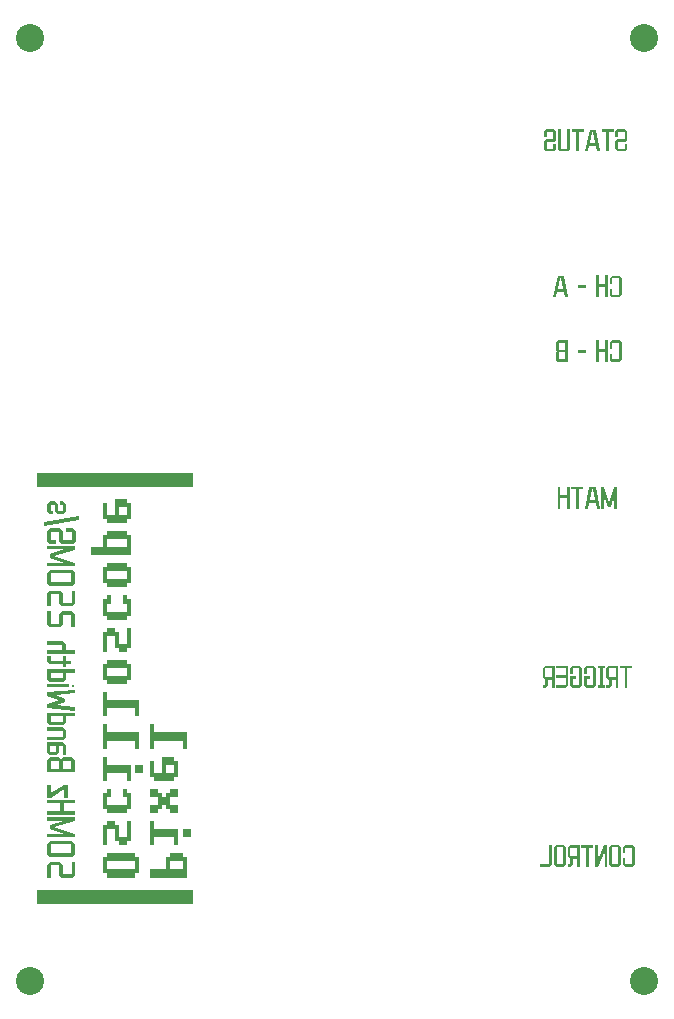
<source format=gbs>
G04*
G04 #@! TF.GenerationSoftware,Altium Limited,Altium Designer,22.0.2 (36)*
G04*
G04 Layer_Color=16711935*
%FSLAX25Y25*%
%MOIN*%
G70*
G04*
G04 #@! TF.SameCoordinates,9B726C29-AE44-4639-9992-66E433AB5CB2*
G04*
G04*
G04 #@! TF.FilePolarity,Negative*
G04*
G01*
G75*
%ADD10R,0.51900X0.04700*%
%ADD11C,0.09363*%
G36*
X44080Y-166678D02*
X45416D01*
Y-172050D01*
X44080D01*
Y-173401D01*
X37357D01*
Y-172050D01*
X36022D01*
Y-166678D01*
X37357D01*
Y-170715D01*
X40043D01*
Y-165342D01*
X44080D01*
Y-166678D01*
D02*
G37*
G36*
Y-177423D02*
X45416D01*
Y-184146D01*
X32000D01*
Y-181460D01*
X36022D01*
Y-177423D01*
X37357D01*
Y-176087D01*
X44080D01*
Y-177423D01*
D02*
G37*
G36*
Y-188168D02*
X45416D01*
Y-193540D01*
X44080D01*
Y-194891D01*
X37357D01*
Y-193540D01*
X36022D01*
Y-188168D01*
X37357D01*
Y-186832D01*
X44080D01*
Y-188168D01*
D02*
G37*
G36*
Y-198913D02*
X45416D01*
Y-204285D01*
X44080D01*
Y-205636D01*
X37357D01*
Y-204285D01*
X36022D01*
Y-198913D01*
X37357D01*
Y-197577D01*
X38708D01*
Y-200264D01*
X37357D01*
Y-202950D01*
X44080D01*
Y-200264D01*
X42730D01*
Y-197577D01*
X44080D01*
Y-198913D01*
D02*
G37*
G36*
X45416Y-215030D02*
X44080D01*
Y-216381D01*
X41394D01*
Y-215030D01*
X40043D01*
Y-211009D01*
X37357D01*
Y-216381D01*
X36022D01*
Y-209658D01*
X37357D01*
Y-208322D01*
X40043D01*
Y-209658D01*
X41394D01*
Y-213695D01*
X44080D01*
Y-208322D01*
X45416D01*
Y-215030D01*
D02*
G37*
G36*
X44080Y-220403D02*
X45416D01*
Y-225775D01*
X44080D01*
Y-227126D01*
X37357D01*
Y-225775D01*
X36022D01*
Y-220403D01*
X37357D01*
Y-219067D01*
X44080D01*
Y-220403D01*
D02*
G37*
G36*
X37357Y-232499D02*
X48102D01*
Y-237871D01*
X46767D01*
Y-235185D01*
X37357D01*
Y-237871D01*
X36022D01*
Y-229812D01*
X37357D01*
Y-232499D01*
D02*
G37*
G36*
X53205Y-243244D02*
X63950D01*
Y-248616D01*
X62614D01*
Y-245930D01*
X53205D01*
Y-248616D01*
X51869D01*
Y-240557D01*
X53205D01*
Y-243244D01*
D02*
G37*
G36*
X37357D02*
X48102D01*
Y-248616D01*
X46767D01*
Y-245930D01*
X37357D01*
Y-248616D01*
X36022D01*
Y-240557D01*
X37357D01*
Y-243244D01*
D02*
G37*
G36*
X49453Y-256675D02*
X46767D01*
Y-253989D01*
X49453D01*
Y-256675D01*
D02*
G37*
G36*
X59928Y-252638D02*
X61263D01*
Y-258010D01*
X59928D01*
Y-259361D01*
X53205D01*
Y-258010D01*
X51869D01*
Y-252638D01*
X53205D01*
Y-256675D01*
X55891D01*
Y-251302D01*
X59928D01*
Y-252638D01*
D02*
G37*
G36*
X37357Y-253989D02*
X45416D01*
Y-259361D01*
X44080D01*
Y-256675D01*
X37357D01*
Y-259361D01*
X36022D01*
Y-251302D01*
X37357D01*
Y-253989D01*
D02*
G37*
G36*
X61263Y-264734D02*
X58577D01*
Y-267420D01*
X61263D01*
Y-270106D01*
X58577D01*
Y-268755D01*
X57241D01*
Y-267420D01*
X55891D01*
Y-268755D01*
X54555D01*
Y-270106D01*
X51869D01*
Y-267420D01*
X54555D01*
Y-264734D01*
X51869D01*
Y-262047D01*
X54555D01*
Y-263383D01*
X55891D01*
Y-264734D01*
X57241D01*
Y-263383D01*
X58577D01*
Y-262047D01*
X61263D01*
Y-264734D01*
D02*
G37*
G36*
X44080Y-263383D02*
X45416D01*
Y-268755D01*
X44080D01*
Y-270106D01*
X37357D01*
Y-268755D01*
X36022D01*
Y-263383D01*
X37357D01*
Y-262047D01*
X38708D01*
Y-264734D01*
X37357D01*
Y-267420D01*
X44080D01*
Y-264734D01*
X42730D01*
Y-262047D01*
X44080D01*
Y-263383D01*
D02*
G37*
G36*
X65300Y-278165D02*
X62614D01*
Y-275479D01*
X65300D01*
Y-278165D01*
D02*
G37*
G36*
X45416Y-279500D02*
X44080D01*
Y-280851D01*
X41394D01*
Y-279500D01*
X40043D01*
Y-275479D01*
X37357D01*
Y-280851D01*
X36022D01*
Y-274128D01*
X37357D01*
Y-272792D01*
X40043D01*
Y-274128D01*
X41394D01*
Y-278165D01*
X44080D01*
Y-272792D01*
X45416D01*
Y-279500D01*
D02*
G37*
G36*
X53205Y-275479D02*
X61263D01*
Y-280851D01*
X59928D01*
Y-278165D01*
X53205D01*
Y-280851D01*
X51869D01*
Y-272792D01*
X53205D01*
Y-275479D01*
D02*
G37*
G36*
X46767Y-284873D02*
X48102D01*
Y-290245D01*
X46767D01*
Y-291596D01*
X37357D01*
Y-290245D01*
X36022D01*
Y-284873D01*
X37357D01*
Y-283537D01*
X46767D01*
Y-284873D01*
D02*
G37*
G36*
X62614D02*
X63950D01*
Y-291596D01*
X51869D01*
Y-288910D01*
X57241D01*
Y-284873D01*
X58577D01*
Y-283537D01*
X62614D01*
Y-284873D01*
D02*
G37*
G36*
X23786Y-167189D02*
Y-169513D01*
X22854Y-170455D01*
X20852D01*
X20027Y-169524D01*
Y-167424D01*
X18635D01*
Y-169277D01*
X19309D01*
Y-170455D01*
X18410D01*
X17457Y-169513D01*
Y-167189D01*
X18410Y-166246D01*
X20134D01*
X21087Y-167189D01*
Y-169277D01*
X22619D01*
Y-167424D01*
X21934D01*
Y-166246D01*
X22844D01*
X23786Y-167189D01*
D02*
G37*
G36*
X27995Y-172512D02*
X16300Y-174589D01*
Y-173240D01*
X27995Y-171151D01*
Y-172512D01*
D02*
G37*
G36*
X26967Y-176185D02*
Y-179452D01*
X26014Y-180373D01*
X22458D01*
X21537Y-179430D01*
Y-176431D01*
X18635D01*
Y-179195D01*
X20563D01*
Y-180373D01*
X18410D01*
X17457Y-179430D01*
Y-176185D01*
X18410Y-175253D01*
X21762D01*
X22705Y-176185D01*
Y-179195D01*
X25789D01*
Y-176431D01*
X23733D01*
Y-175253D01*
X26014D01*
X26967Y-176185D01*
D02*
G37*
G36*
X26742Y-182268D02*
X19620Y-184378D01*
X26742Y-186595D01*
Y-187763D01*
X17478D01*
Y-186595D01*
X23112D01*
X18281Y-185064D01*
Y-183661D01*
X23079Y-182247D01*
X17478D01*
Y-181080D01*
X26742D01*
Y-182268D01*
D02*
G37*
G36*
X26774Y-189915D02*
Y-193321D01*
X25843Y-194264D01*
X18378D01*
X17446Y-193332D01*
Y-189937D01*
X18378Y-188984D01*
X25821D01*
X26774Y-189915D01*
D02*
G37*
G36*
X26796Y-200293D02*
X25864Y-201236D01*
X22501D01*
X21601Y-200293D01*
Y-197134D01*
X18635D01*
Y-201236D01*
X17457D01*
Y-196909D01*
X18399Y-195956D01*
X21837D01*
X22780Y-196909D01*
Y-200058D01*
X25618D01*
Y-195956D01*
X26796D01*
Y-200293D01*
D02*
G37*
G36*
X26774Y-203817D02*
Y-208144D01*
X25596D01*
Y-204042D01*
X22662D01*
Y-207223D01*
X21741Y-208144D01*
X18292D01*
X17457Y-207212D01*
Y-202874D01*
X18635D01*
Y-206966D01*
X21484D01*
Y-203817D01*
X22426Y-202874D01*
X25821D01*
X26774Y-203817D01*
D02*
G37*
G36*
X23786Y-213756D02*
Y-215833D01*
X26721D01*
Y-217012D01*
X17446D01*
Y-215833D01*
X22608D01*
Y-213991D01*
X17446D01*
Y-212813D01*
X22833D01*
X23786Y-213756D01*
D02*
G37*
G36*
Y-219261D02*
X25350D01*
Y-220439D01*
X23786D01*
Y-221467D01*
X22619D01*
Y-220439D01*
X18410D01*
X17457Y-219496D01*
Y-217708D01*
X18635D01*
Y-219261D01*
X22619D01*
Y-217708D01*
X23786D01*
Y-219261D01*
D02*
G37*
G36*
X26742Y-223330D02*
X23808D01*
Y-225419D01*
X22876Y-226351D01*
X18410D01*
X17457Y-225408D01*
Y-222152D01*
X26742D01*
Y-223330D01*
D02*
G37*
G36*
X24847Y-228214D02*
X17467D01*
Y-227047D01*
X24847D01*
Y-228214D01*
D02*
G37*
G36*
X26742Y-227636D02*
X26142Y-228236D01*
X25543Y-227636D01*
X26142Y-227047D01*
X26742Y-227636D01*
D02*
G37*
G36*
X26753Y-230110D02*
X20456Y-230806D01*
X23444Y-231931D01*
Y-232980D01*
X20423Y-234105D01*
X26753Y-234801D01*
Y-235979D01*
X17467Y-235047D01*
Y-233912D01*
X21505Y-232445D01*
X17467Y-230978D01*
Y-229864D01*
X26753Y-228932D01*
Y-230110D01*
D02*
G37*
G36*
X26742Y-237843D02*
X23808D01*
Y-239931D01*
X22876Y-240863D01*
X18410D01*
X17457Y-239920D01*
Y-236665D01*
X26742D01*
Y-237843D01*
D02*
G37*
G36*
X23851Y-242491D02*
Y-244847D01*
X22897Y-245789D01*
X17446D01*
Y-244611D01*
X22672D01*
Y-242726D01*
X17446D01*
Y-241559D01*
X22897D01*
X23851Y-242491D01*
D02*
G37*
G36*
X23840Y-247482D02*
Y-250727D01*
X22662D01*
Y-247707D01*
X21591D01*
Y-249827D01*
X20659Y-250769D01*
X18431D01*
X17478Y-249827D01*
Y-246528D01*
X22887D01*
X23840Y-247482D01*
D02*
G37*
G36*
X26742Y-252397D02*
Y-256574D01*
X17457D01*
Y-252397D01*
X18410Y-251466D01*
X21473D01*
X22051Y-252055D01*
X22651Y-251466D01*
X25800D01*
X26742Y-252397D01*
D02*
G37*
G36*
X24354Y-264950D02*
X23176D01*
Y-262251D01*
X18667Y-264950D01*
X17457D01*
Y-260773D01*
X18635D01*
Y-263354D01*
X23058Y-260762D01*
X24354D01*
Y-264950D01*
D02*
G37*
G36*
X26774Y-266802D02*
X23047D01*
Y-269576D01*
X26774D01*
Y-270754D01*
X17467D01*
Y-269576D01*
X21869D01*
Y-266802D01*
X17467D01*
Y-265624D01*
X26774D01*
Y-266802D01*
D02*
G37*
G36*
X26742Y-272629D02*
X19620Y-274739D01*
X26742Y-276956D01*
Y-278123D01*
X17478D01*
Y-276956D01*
X23112D01*
X18281Y-275424D01*
Y-274021D01*
X23079Y-272607D01*
X17478D01*
Y-271440D01*
X26742D01*
Y-272629D01*
D02*
G37*
G36*
X26774Y-280276D02*
Y-283681D01*
X25843Y-284624D01*
X18378D01*
X17446Y-283692D01*
Y-280297D01*
X18378Y-279344D01*
X25821D01*
X26774Y-280276D01*
D02*
G37*
G36*
X26796Y-290654D02*
X25864Y-291596D01*
X22501D01*
X21601Y-290654D01*
Y-287494D01*
X18635D01*
Y-291596D01*
X17457D01*
Y-287269D01*
X18399Y-286316D01*
X21837D01*
X22780Y-287269D01*
Y-290418D01*
X25618D01*
Y-286316D01*
X26796D01*
Y-290654D01*
D02*
G37*
G36*
X191722Y-48803D02*
X190980Y-49553D01*
X188426D01*
X187692Y-48803D01*
Y-42236D01*
X188619D01*
Y-48625D01*
X190794D01*
Y-42236D01*
X191722D01*
Y-48803D01*
D02*
G37*
G36*
X206339Y-43180D02*
X204780D01*
Y-49553D01*
X203853D01*
Y-43180D01*
X202310D01*
Y-42252D01*
X206339D01*
Y-43180D01*
D02*
G37*
G36*
X196308D02*
X194748D01*
Y-49553D01*
X193821D01*
Y-43180D01*
X192278D01*
Y-42252D01*
X196308D01*
Y-43180D01*
D02*
G37*
G36*
X201796Y-49561D02*
X200843D01*
X200447Y-47614D01*
X198179D01*
X197783Y-49561D01*
X196839D01*
X198322Y-42261D01*
X200337D01*
X201796Y-49561D01*
D02*
G37*
G36*
X210908Y-42834D02*
Y-45633D01*
X210167Y-46358D01*
X207806D01*
Y-48642D01*
X209981D01*
Y-47125D01*
X210908D01*
Y-48819D01*
X210167Y-49570D01*
X207612D01*
X206879Y-48819D01*
Y-46181D01*
X207612Y-45439D01*
X209981D01*
Y-43011D01*
X207806D01*
Y-44630D01*
X206879D01*
Y-42834D01*
X207612Y-42084D01*
X210183D01*
X210908Y-42834D01*
D02*
G37*
G36*
X187144D02*
Y-45633D01*
X186402Y-46358D01*
X184042D01*
Y-48642D01*
X186217D01*
Y-47125D01*
X187144D01*
Y-48819D01*
X186402Y-49570D01*
X183848D01*
X183115Y-48819D01*
Y-46181D01*
X183848Y-45439D01*
X186217D01*
Y-43011D01*
X184042D01*
Y-44630D01*
X183115D01*
Y-42834D01*
X183848Y-42084D01*
X186419D01*
X187144Y-42834D01*
D02*
G37*
G36*
X204416Y-119740D02*
X203489D01*
Y-116275D01*
X201305D01*
Y-119740D01*
X200378D01*
Y-112414D01*
X201305D01*
Y-115348D01*
X203489D01*
Y-112414D01*
X204416D01*
Y-119740D01*
D02*
G37*
G36*
X197099Y-116713D02*
X194401D01*
Y-115744D01*
X197099D01*
Y-116713D01*
D02*
G37*
G36*
X208977Y-113181D02*
Y-118998D01*
X208235Y-119748D01*
X205697D01*
X204947Y-118998D01*
Y-117017D01*
X205874D01*
Y-118821D01*
X208049D01*
Y-113358D01*
X205874D01*
Y-115272D01*
X204947D01*
Y-113181D01*
X205697Y-112431D01*
X208235D01*
X208977Y-113181D01*
D02*
G37*
G36*
X191096Y-119748D02*
X187809D01*
X187075Y-118998D01*
Y-116587D01*
X187539Y-116132D01*
X187075Y-115659D01*
Y-113181D01*
X187809Y-112439D01*
X191096D01*
Y-119748D01*
D02*
G37*
G36*
X204416Y-98240D02*
X203489D01*
Y-94775D01*
X201305D01*
Y-98240D01*
X200378D01*
Y-90914D01*
X201305D01*
Y-93848D01*
X203489D01*
Y-90914D01*
X204416D01*
Y-98240D01*
D02*
G37*
G36*
X197099Y-95213D02*
X194401D01*
Y-94244D01*
X197099D01*
Y-95213D01*
D02*
G37*
G36*
X208977Y-91681D02*
Y-97498D01*
X208235Y-98248D01*
X205697D01*
X204947Y-97498D01*
Y-95517D01*
X205874D01*
Y-97321D01*
X208049D01*
Y-91858D01*
X205874D01*
Y-93772D01*
X204947D01*
Y-91681D01*
X205697Y-90931D01*
X208235D01*
X208977Y-91681D01*
D02*
G37*
G36*
X191139Y-98240D02*
X190186D01*
X189790Y-96292D01*
X187522D01*
X187126Y-98240D01*
X186182D01*
X187665Y-90939D01*
X189680D01*
X191139Y-98240D01*
D02*
G37*
G36*
X191682Y-168610D02*
X190755D01*
Y-165145D01*
X188572D01*
Y-168610D01*
X187644D01*
Y-161284D01*
X188572D01*
Y-164218D01*
X190755D01*
Y-161284D01*
X191682D01*
Y-168610D01*
D02*
G37*
G36*
X207514Y-168601D02*
X206595D01*
Y-164167D01*
X205390Y-167969D01*
X204285D01*
X203172Y-164192D01*
Y-168601D01*
X202254D01*
Y-161309D01*
X203189D01*
X204850Y-166915D01*
X206595Y-161309D01*
X207514D01*
Y-168601D01*
D02*
G37*
G36*
X196251Y-162228D02*
X194692D01*
Y-168601D01*
X193765D01*
Y-162228D01*
X192222D01*
Y-161301D01*
X196251D01*
Y-162228D01*
D02*
G37*
G36*
X201739Y-168610D02*
X200787D01*
X200391Y-166662D01*
X198123D01*
X197727Y-168610D01*
X196783D01*
X198266Y-161309D01*
X200281D01*
X201739Y-168610D01*
D02*
G37*
G36*
X200412Y-221740D02*
Y-227566D01*
X199678Y-228299D01*
X197124D01*
X196391Y-227549D01*
Y-224548D01*
X198363D01*
Y-225475D01*
X197309D01*
Y-227372D01*
X199484D01*
Y-221917D01*
X197309D01*
Y-223730D01*
X196391D01*
Y-221740D01*
X197124Y-220990D01*
X199678D01*
X200412Y-221740D01*
D02*
G37*
G36*
X195834D02*
Y-227566D01*
X195101Y-228299D01*
X192546D01*
X191813Y-227549D01*
Y-224548D01*
X193786D01*
Y-225475D01*
X192732D01*
Y-227372D01*
X194907D01*
Y-221917D01*
X192732D01*
Y-223730D01*
X191813D01*
Y-221740D01*
X192546Y-220990D01*
X195101D01*
X195834Y-221740D01*
D02*
G37*
G36*
X191265Y-227523D02*
X190532Y-228274D01*
X187244D01*
Y-227346D01*
X190346D01*
Y-224994D01*
X187244D01*
Y-224067D01*
X190346D01*
Y-221892D01*
X187244D01*
Y-220965D01*
X191265D01*
Y-227523D01*
D02*
G37*
G36*
X212483Y-221909D02*
X210924D01*
Y-228282D01*
X209997D01*
Y-221909D01*
X208454D01*
Y-220982D01*
X212483D01*
Y-221909D01*
D02*
G37*
G36*
X207897Y-228282D02*
X206970D01*
Y-225610D01*
X205697D01*
Y-227549D01*
X204955Y-228291D01*
X203885D01*
Y-227363D01*
X204770D01*
Y-225610D01*
X204635D01*
X203885Y-224885D01*
Y-221740D01*
X204627Y-220990D01*
X207897D01*
Y-228282D01*
D02*
G37*
G36*
X186688D02*
X185760D01*
Y-225610D01*
X184487D01*
Y-227549D01*
X183746Y-228291D01*
X182675D01*
Y-227363D01*
X183560D01*
Y-225610D01*
X183425D01*
X182675Y-224885D01*
Y-221740D01*
X183417Y-220990D01*
X186688Y-220990D01*
Y-228282D01*
D02*
G37*
G36*
X203328Y-221909D02*
X202620D01*
Y-227372D01*
X203328D01*
Y-228299D01*
X200968D01*
Y-227372D01*
X201693D01*
Y-221909D01*
X200968D01*
Y-220982D01*
X203328D01*
Y-221909D01*
D02*
G37*
G36*
X204214Y-287976D02*
X203286D01*
Y-282631D01*
X200951Y-287976D01*
X200091D01*
Y-280667D01*
X201019D01*
Y-285843D01*
X203269Y-280667D01*
X204214D01*
Y-287976D01*
D02*
G37*
G36*
X213369Y-281417D02*
Y-287234D01*
X212627Y-287984D01*
X210089D01*
X209339Y-287234D01*
Y-285253D01*
X210266D01*
Y-287057D01*
X212441D01*
Y-281594D01*
X210266D01*
Y-283508D01*
X209339D01*
Y-281417D01*
X210089Y-280667D01*
X212627D01*
X213369Y-281417D01*
D02*
G37*
G36*
X199543Y-281594D02*
X197984D01*
Y-287967D01*
X197056D01*
Y-281594D01*
X195514D01*
Y-280667D01*
X199543D01*
Y-281594D01*
D02*
G37*
G36*
X194957Y-287967D02*
X194030D01*
Y-285295D01*
X192757D01*
Y-287234D01*
X192015Y-287976D01*
X190945D01*
Y-287048D01*
X191830D01*
Y-285295D01*
X191695D01*
X190945Y-284570D01*
Y-281425D01*
X191687Y-280675D01*
X194957D01*
Y-287967D01*
D02*
G37*
G36*
X208791Y-281400D02*
Y-287234D01*
X208049Y-287984D01*
X205495D01*
X204762Y-287234D01*
Y-281400D01*
X205495Y-280650D01*
X208066D01*
X208791Y-281400D01*
D02*
G37*
G36*
X190388D02*
Y-287234D01*
X189647Y-287984D01*
X187092D01*
X186359Y-287234D01*
Y-281400D01*
X187092Y-280650D01*
X189663D01*
X190388Y-281400D01*
D02*
G37*
G36*
X185802Y-287234D02*
X185069Y-287984D01*
X181790Y-287984D01*
Y-287057D01*
X184875Y-287057D01*
Y-280667D01*
X185802D01*
Y-287234D01*
D02*
G37*
%LPC*%
G36*
X44080Y-168029D02*
X41394D01*
Y-170715D01*
X44080D01*
Y-168029D01*
D02*
G37*
G36*
Y-178774D02*
X37357D01*
Y-181460D01*
X44080D01*
Y-178774D01*
D02*
G37*
G36*
Y-189519D02*
X37357D01*
Y-192205D01*
X44080D01*
Y-189519D01*
D02*
G37*
G36*
Y-221754D02*
X37357D01*
Y-224440D01*
X44080D01*
Y-221754D01*
D02*
G37*
G36*
X59928Y-253989D02*
X57241D01*
Y-256675D01*
X59928D01*
Y-253989D01*
D02*
G37*
G36*
X46767Y-286224D02*
X37357D01*
Y-288910D01*
X46767D01*
Y-286224D01*
D02*
G37*
G36*
X62614D02*
X58577D01*
Y-288910D01*
X62614D01*
Y-286224D01*
D02*
G37*
G36*
X25596Y-190162D02*
X18613D01*
Y-193086D01*
X25596D01*
Y-190162D01*
D02*
G37*
G36*
X22630Y-223330D02*
X18635D01*
Y-225173D01*
X22630D01*
Y-223330D01*
D02*
G37*
G36*
Y-237843D02*
X18635D01*
Y-239685D01*
X22630D01*
Y-237843D01*
D02*
G37*
G36*
X20530Y-247707D02*
X18538D01*
Y-249591D01*
X20530D01*
Y-247707D01*
D02*
G37*
G36*
X25564Y-252633D02*
X22651Y-252644D01*
Y-255396D01*
X25564D01*
Y-252633D01*
D02*
G37*
G36*
X21473D02*
X18635D01*
Y-255396D01*
X21473D01*
Y-252633D01*
D02*
G37*
G36*
X25596Y-280522D02*
X18613D01*
Y-283446D01*
X25596D01*
Y-280522D01*
D02*
G37*
G36*
X199562Y-43188D02*
X199098D01*
X198373Y-46695D01*
X200261D01*
X199562Y-43188D01*
D02*
G37*
G36*
X190169Y-113366D02*
X187994D01*
X188003Y-115659D01*
X190169D01*
Y-113366D01*
D02*
G37*
G36*
Y-116587D02*
X187994D01*
Y-118821D01*
X190169D01*
Y-116587D01*
D02*
G37*
G36*
X188905Y-91866D02*
X188441D01*
X187716Y-95373D01*
X189604D01*
X188905Y-91866D01*
D02*
G37*
G36*
X199505Y-162237D02*
X199042D01*
X198317Y-165744D01*
X200205D01*
X199505Y-162237D01*
D02*
G37*
G36*
X206970Y-221917D02*
X204812D01*
Y-224691D01*
X206970D01*
Y-221917D01*
D02*
G37*
G36*
X185760D02*
X183602Y-221917D01*
Y-224691D01*
X185760Y-224691D01*
Y-221917D01*
D02*
G37*
G36*
X194030Y-281603D02*
X191872D01*
Y-284376D01*
X194030D01*
Y-281603D01*
D02*
G37*
G36*
X207864Y-281577D02*
X205689D01*
Y-287057D01*
X207864D01*
Y-281577D01*
D02*
G37*
G36*
X189461D02*
X187286D01*
Y-287057D01*
X189461D01*
Y-281577D01*
D02*
G37*
%LPD*%
D10*
X40250Y-298246D02*
D03*
Y-159246D02*
D03*
D11*
X216535Y-325984D02*
D03*
X11811D02*
D03*
X216535Y-11811D02*
D03*
X11811D02*
D03*
M02*

</source>
